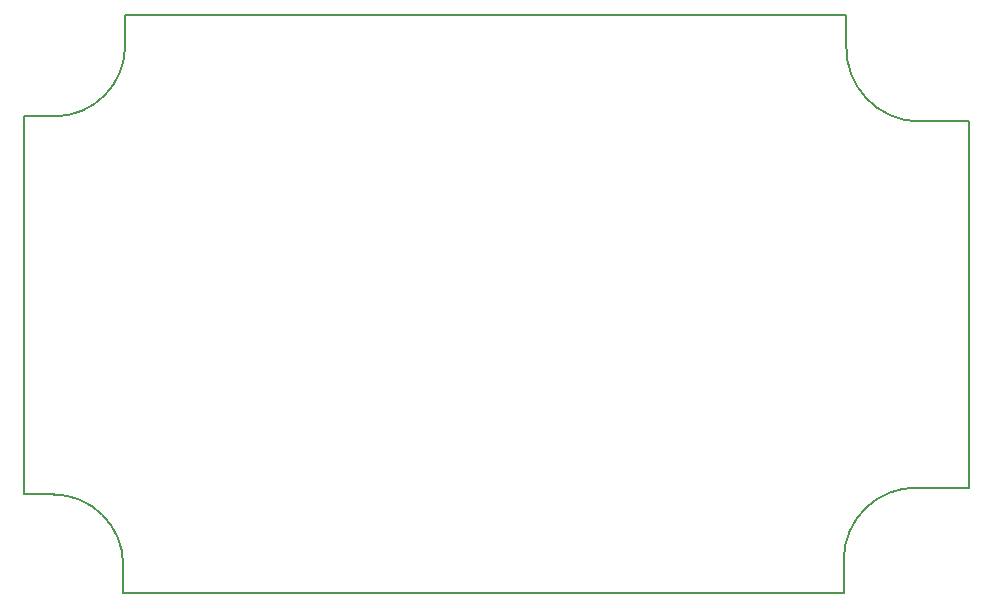
<source format=gko>
G04*
G04 #@! TF.GenerationSoftware,Altium Limited,Altium Designer,25.2.1 (25)*
G04*
G04 Layer_Color=16711935*
%FSLAX44Y44*%
%MOMM*%
G71*
G04*
G04 #@! TF.SameCoordinates,87619A9C-F5BC-4542-8D18-A5A081A772CD*
G04*
G04*
G04 #@! TF.FilePolarity,Positive*
G04*
G01*
G75*
%ADD12C,0.1270*%
D12*
X25510Y404289D02*
G03*
X85314Y464718I-313J60116D01*
G01*
X695842Y464724D02*
G03*
X755917Y400068I62365J-2290D01*
G01*
X755778Y89951D02*
G03*
X693668Y30000I-1079J-61030D01*
G01*
X83666Y25157D02*
G03*
X23433Y84299I-59688J-546D01*
G01*
X0Y361000D02*
Y404301D01*
Y84301D02*
Y361000D01*
X85314Y490220D02*
X695313D01*
X695842Y464724D01*
X85314Y464718D02*
Y490220D01*
X83668Y1000D02*
X693668D01*
Y30000D01*
X755917Y400068D02*
X799997D01*
X755778Y89951D02*
X799859D01*
X83668Y1000D02*
Y25510D01*
X0Y84301D02*
X25510D01*
X799859Y89951D02*
Y399951D01*
X0Y404289D02*
X25510D01*
M02*

</source>
